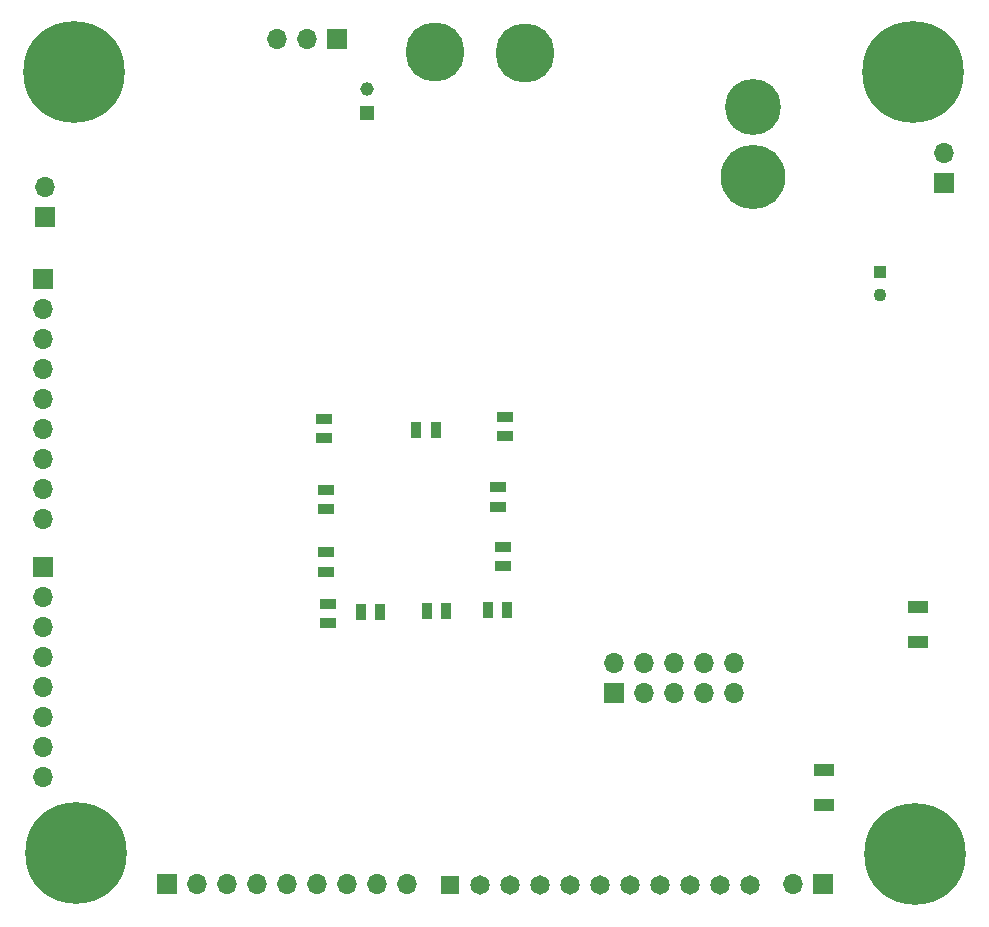
<source format=gbr>
G04 #@! TF.GenerationSoftware,KiCad,Pcbnew,(5.1.5)-3*
G04 #@! TF.CreationDate,2021-10-21T19:32:51-04:00*
G04 #@! TF.ProjectId,Main_Board,4d61696e-5f42-46f6-9172-642e6b696361,rev?*
G04 #@! TF.SameCoordinates,Original*
G04 #@! TF.FileFunction,Soldermask,Bot*
G04 #@! TF.FilePolarity,Negative*
%FSLAX46Y46*%
G04 Gerber Fmt 4.6, Leading zero omitted, Abs format (unit mm)*
G04 Created by KiCad (PCBNEW (5.1.5)-3) date 2021-10-21 19:32:51*
%MOMM*%
%LPD*%
G04 APERTURE LIST*
%ADD10C,1.650000*%
%ADD11R,1.650000X1.650000*%
%ADD12O,1.700000X1.700000*%
%ADD13R,1.700000X1.700000*%
%ADD14C,4.740000*%
%ADD15C,5.460000*%
%ADD16R,1.390000X0.910000*%
%ADD17R,1.100000X1.100000*%
%ADD18C,1.100000*%
%ADD19C,8.600000*%
%ADD20C,0.900000*%
%ADD21R,0.910000X1.390000*%
%ADD22C,5.000000*%
%ADD23R,1.150000X1.150000*%
%ADD24C,1.150000*%
%ADD25R,1.700000X1.100000*%
G04 APERTURE END LIST*
D10*
X147955000Y-98361500D03*
X145415000Y-98361500D03*
X142875000Y-98361500D03*
X140335000Y-98361500D03*
X137795000Y-98361500D03*
X135255000Y-98361500D03*
X132715000Y-98361500D03*
X130175000Y-98361500D03*
X127635000Y-98361500D03*
X125095000Y-98361500D03*
D11*
X122555000Y-98361500D03*
D12*
X88265000Y-39306500D03*
D13*
X88265000Y-41846500D03*
D14*
X148209000Y-32481000D03*
D15*
X148209000Y-38481000D03*
D16*
X111874300Y-60586200D03*
X111874300Y-58946200D03*
D17*
X158940500Y-46456600D03*
D18*
X158940500Y-48456600D03*
D19*
X90888820Y-95651320D03*
D20*
X94113820Y-95651320D03*
X93169239Y-97931739D03*
X90888820Y-98876320D03*
X88608401Y-97931739D03*
X87663820Y-95651320D03*
X88608401Y-93370901D03*
X90888820Y-92426320D03*
X93169239Y-93370901D03*
X164202879Y-93495361D03*
X161922460Y-92550780D03*
X159642041Y-93495361D03*
X158697460Y-95775780D03*
X159642041Y-98056199D03*
X161922460Y-99000780D03*
X164202879Y-98056199D03*
X165147460Y-95775780D03*
D19*
X161922460Y-95775780D03*
X90761820Y-29583380D03*
D20*
X93986820Y-29583380D03*
X93042239Y-31863799D03*
X90761820Y-32808380D03*
X88481401Y-31863799D03*
X87536820Y-29583380D03*
X88481401Y-27302961D03*
X90761820Y-26358380D03*
X93042239Y-27302961D03*
X164075879Y-27302961D03*
X161795460Y-26358380D03*
X159515041Y-27302961D03*
X158570460Y-29583380D03*
X159515041Y-31863799D03*
X161795460Y-32808380D03*
X164075879Y-31863799D03*
X165020460Y-29583380D03*
D19*
X161795460Y-29583380D03*
D16*
X112229900Y-76207200D03*
X112229900Y-74567200D03*
D21*
X114991300Y-75234800D03*
X116631300Y-75234800D03*
X122270100Y-75184000D03*
X120630100Y-75184000D03*
X125760900Y-75107800D03*
X127400900Y-75107800D03*
D16*
X127088900Y-69766600D03*
X127088900Y-71406600D03*
X126606300Y-66359200D03*
X126606300Y-64719200D03*
X127215900Y-60408400D03*
X127215900Y-58768400D03*
D21*
X119715700Y-59893200D03*
X121355700Y-59893200D03*
D16*
X112026700Y-70223800D03*
X112026700Y-71863800D03*
X112026700Y-64915200D03*
X112026700Y-66555200D03*
D22*
X121290080Y-27881580D03*
X128879600Y-27914600D03*
D13*
X88143080Y-47058580D03*
D12*
X88143080Y-49598580D03*
X88143080Y-52138580D03*
X88143080Y-54678580D03*
X88143080Y-57218580D03*
X88143080Y-59758580D03*
X88143080Y-62298580D03*
X88143080Y-64838580D03*
X88143080Y-67378580D03*
X118935500Y-98298000D03*
X116395500Y-98298000D03*
X113855500Y-98298000D03*
X111315500Y-98298000D03*
X108775500Y-98298000D03*
X106235500Y-98298000D03*
X103695500Y-98298000D03*
X101155500Y-98298000D03*
D13*
X98615500Y-98298000D03*
X88143080Y-71442580D03*
D12*
X88143080Y-73982580D03*
X88143080Y-76522580D03*
X88143080Y-79062580D03*
X88143080Y-81602580D03*
X88143080Y-84142580D03*
X88143080Y-86682580D03*
X88143080Y-89222580D03*
D13*
X113035080Y-26738580D03*
D12*
X110495080Y-26738580D03*
X107955080Y-26738580D03*
D23*
X115575080Y-33020000D03*
D24*
X115575080Y-31020000D03*
D13*
X164414200Y-38989000D03*
D12*
X164414200Y-36449000D03*
D13*
X136474200Y-82143600D03*
D12*
X136474200Y-79603600D03*
X139014200Y-82143600D03*
X139014200Y-79603600D03*
X141554200Y-82143600D03*
X141554200Y-79603600D03*
X144094200Y-82143600D03*
X144094200Y-79603600D03*
X146634200Y-82143600D03*
X146634200Y-79603600D03*
D25*
X162179000Y-74877000D03*
X162179000Y-77777000D03*
X154203400Y-88694600D03*
X154203400Y-91594600D03*
D13*
X154114500Y-98298000D03*
D12*
X151574500Y-98298000D03*
M02*

</source>
